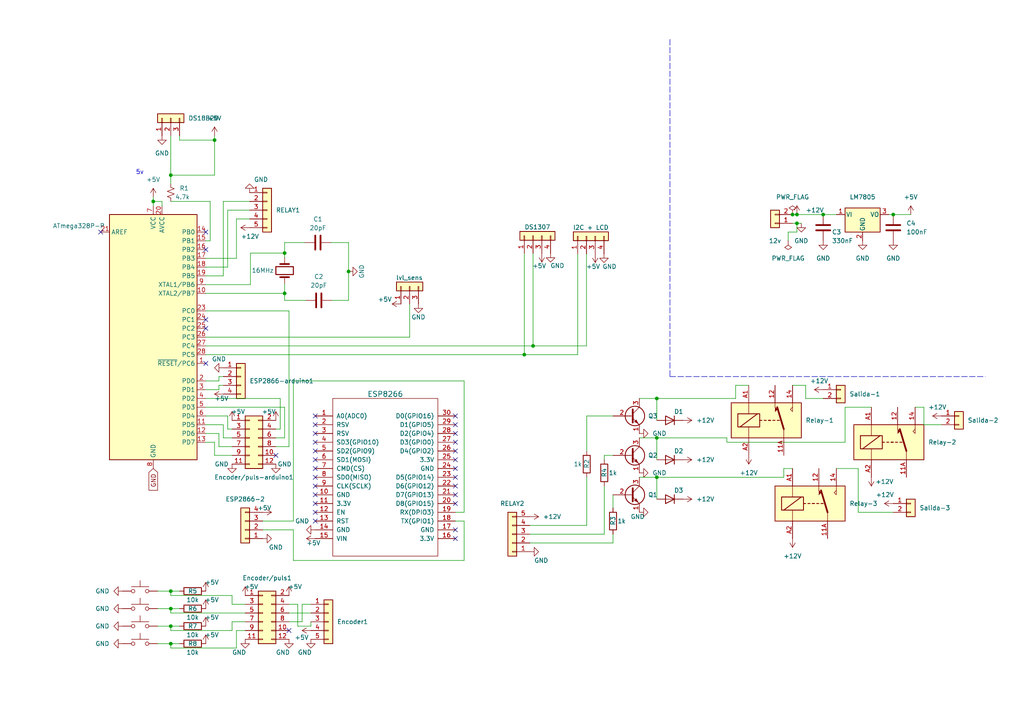
<source format=kicad_sch>
(kicad_sch (version 20211123) (generator eeschema)
  (paper "A4")
  (lib_symbols
    (symbol "Conn_01x02_2" (pin_names (offset 1.016) hide)
      (property "Value" "12v" (at 0 5.08 0))
      (symbol "Conn_01x02_2_1_1"
        (rectangle (start -1.27 -2.413) (end 0 -2.667) (stroke (width 0.1524)))
        (rectangle (start -1.27 0.127) (end 0 -0.127) (stroke (width 0.1524)))
        (rectangle (start -1.27 1.27) (end 1.27 -3.81) (stroke (width 0.254)) (fill (type background)))
        (pin power_in line (at -5.08 0 0) (length 3.81) (name "Pin_1") (number "1"))
        (pin power_in line (at -5.08 -2.54 0) (length 3.81) (name "Pin_2") (number "2"))
      )
    )
    (symbol "Conn_01x04_1" (pin_names (offset 1.016) hide)
      (property "Reference" "J" (at 0 5.08 0))
      (property "Value" "Conn_01x04_1" (at 0 -7.62 0))
      (symbol "Conn_01x04_1_1_1"
        (rectangle (start -1.27 -4.953) (end 0 -5.207) (stroke (width 0.1524)))
        (rectangle (start -1.27 -2.413) (end 0 -2.667) (stroke (width 0.1524)))
        (rectangle (start -1.27 0.127) (end 0 -0.127) (stroke (width 0.1524)))
        (rectangle (start -1.27 2.667) (end 0 2.413) (stroke (width 0.1524)))
        (rectangle (start -1.27 3.81) (end 1.27 -6.35) (stroke (width 0.254)) (fill (type background)))
        (pin passive line (at -5.08 2.54 0) (length 3.81) (name "Pin_1") (number "1"))
        (pin passive line (at -5.08 0 0) (length 3.81) (name "Pin_2") (number "2"))
        (pin passive line (at -5.08 -2.54 0) (length 3.81) (name "Pin_3") (number "3"))
        (pin passive line (at -5.08 -5.08 0) (length 3.81) (name "Pin_4") (number "4"))
      )
    )
    (symbol "Connector_Generic:Conn_01x02" (pin_names (offset 1.016) hide)
      (property "Reference" "J" (at 0 2.54 0))
      (property "Value" "Conn_01x02" (at 0 -5.08 0))
      (symbol "Conn_01x02_1_1"
        (rectangle (start -1.27 -2.413) (end 0 -2.667) (stroke (width 0.1524)))
        (rectangle (start -1.27 0.127) (end 0 -0.127) (stroke (width 0.1524)))
        (rectangle (start -1.27 1.27) (end 1.27 -3.81) (stroke (width 0.254)) (fill (type background)))
        (pin passive line (at -5.08 0 0) (length 3.81) (name "Pin_1") (number "1"))
        (pin passive line (at -5.08 -2.54 0) (length 3.81) (name "Pin_2") (number "2"))
      )
    )
    (symbol "Connector_Generic:Conn_01x03" (pin_names (offset 1.016) hide)
      (property "Reference" "J" (at 0 5.08 0))
      (property "Value" "Conn_01x03" (at 0 -5.08 0))
      (symbol "Conn_01x03_1_1"
        (rectangle (start -1.27 -2.413) (end 0 -2.667) (stroke (width 0.1524)))
        (rectangle (start -1.27 0.127) (end 0 -0.127) (stroke (width 0.1524)))
        (rectangle (start -1.27 2.667) (end 0 2.413) (stroke (width 0.1524)))
        (rectangle (start -1.27 3.81) (end 1.27 -3.81) (stroke (width 0.254)) (fill (type background)))
        (pin passive line (at -5.08 2.54 0) (length 3.81) (name "Pin_1") (number "1"))
        (pin passive line (at -5.08 0 0) (length 3.81) (name "Pin_2") (number "2"))
        (pin passive line (at -5.08 -2.54 0) (length 3.81) (name "Pin_3") (number "3"))
      )
    )
    (symbol "Connector_Generic:Conn_01x04" (pin_names (offset 1.016) hide)
      (property "Reference" "J" (at 0 5.08 0))
      (property "Value" "Conn_01x04" (at 0 -7.62 0))
      (symbol "Conn_01x04_1_1"
        (rectangle (start -1.27 -4.953) (end 0 -5.207) (stroke (width 0.1524)))
        (rectangle (start -1.27 -2.413) (end 0 -2.667) (stroke (width 0.1524)))
        (rectangle (start -1.27 0.127) (end 0 -0.127) (stroke (width 0.1524)))
        (rectangle (start -1.27 2.667) (end 0 2.413) (stroke (width 0.1524)))
        (rectangle (start -1.27 3.81) (end 1.27 -6.35) (stroke (width 0.254)) (fill (type background)))
        (pin passive line (at -5.08 2.54 0) (length 3.81) (name "Pin_1") (number "1"))
        (pin passive line (at -5.08 0 0) (length 3.81) (name "Pin_2") (number "2"))
        (pin passive line (at -5.08 -2.54 0) (length 3.81) (name "Pin_3") (number "3"))
        (pin passive line (at -5.08 -5.08 0) (length 3.81) (name "Pin_4") (number "4"))
      )
    )
    (symbol "Connector_Generic:Conn_01x05" (pin_names (offset 1.016) hide)
      (property "Reference" "J" (at 0 7.62 0))
      (property "Value" "Conn_01x05" (at 0 -7.62 0))
      (symbol "Conn_01x05_1_1"
        (rectangle (start -1.27 -4.953) (end 0 -5.207) (stroke (width 0.1524)))
        (rectangle (start -1.27 -2.413) (end 0 -2.667) (stroke (width 0.1524)))
        (rectangle (start -1.27 0.127) (end 0 -0.127) (stroke (width 0.1524)))
        (rectangle (start -1.27 2.667) (end 0 2.413) (stroke (width 0.1524)))
        (rectangle (start -1.27 5.207) (end 0 4.953) (stroke (width 0.1524)))
        (rectangle (start -1.27 6.35) (end 1.27 -6.35) (stroke (width 0.254)) (fill (type background)))
        (pin passive line (at -5.08 5.08 0) (length 3.81) (name "Pin_1") (number "1"))
        (pin passive line (at -5.08 2.54 0) (length 3.81) (name "Pin_2") (number "2"))
        (pin passive line (at -5.08 0 0) (length 3.81) (name "Pin_3") (number "3"))
        (pin passive line (at -5.08 -2.54 0) (length 3.81) (name "Pin_4") (number "4"))
        (pin passive line (at -5.08 -5.08 0) (length 3.81) (name "Pin_5") (number "5"))
      )
    )
    (symbol "Connector_Generic:Conn_02x06_Odd_Even" (pin_names (offset 1.016) hide)
      (property "Reference" "J" (at 1.27 7.62 0))
      (property "Value" "Conn_02x06_Odd_Even" (at 1.27 -10.16 0))
      (symbol "Conn_02x06_Odd_Even_1_1"
        (rectangle (start -1.27 -7.493) (end 0 -7.747) (stroke (width 0.1524)))
        (rectangle (start -1.27 -4.953) (end 0 -5.207) (stroke (width 0.1524)))
        (rectangle (start -1.27 -2.413) (end 0 -2.667) (stroke (width 0.1524)))
        (rectangle (start -1.27 0.127) (end 0 -0.127) (stroke (width 0.1524)))
        (rectangle (start -1.27 2.667) (end 0 2.413) (stroke (width 0.1524)))
        (rectangle (start -1.27 5.207) (end 0 4.953) (stroke (width 0.1524)))
        (rectangle (start -1.27 6.35) (end 3.81 -8.89) (stroke (width 0.254)) (fill (type background)))
        (rectangle (start 3.81 -7.493) (end 2.54 -7.747) (stroke (width 0.1524)))
        (rectangle (start 3.81 -4.953) (end 2.54 -5.207) (stroke (width 0.1524)))
        (rectangle (start 3.81 -2.413) (end 2.54 -2.667) (stroke (width 0.1524)))
        (rectangle (start 3.81 0.127) (end 2.54 -0.127) (stroke (width 0.1524)))
        (rectangle (start 3.81 2.667) (end 2.54 2.413) (stroke (width 0.1524)))
        (rectangle (start 3.81 5.207) (end 2.54 4.953) (stroke (width 0.1524)))
        (pin passive line (at -5.08 5.08 0) (length 3.81) (name "Pin_1") (number "1"))
        (pin passive line (at 7.62 -5.08 180) (length 3.81) (name "Pin_10") (number "10"))
        (pin passive line (at -5.08 -7.62 0) (length 3.81) (name "Pin_11") (number "11"))
        (pin passive line (at 7.62 -7.62 180) (length 3.81) (name "Pin_12") (number "12"))
        (pin passive line (at 7.62 5.08 180) (length 3.81) (name "Pin_2") (number "2"))
        (pin passive line (at -5.08 2.54 0) (length 3.81) (name "Pin_3") (number "3"))
        (pin passive line (at 7.62 2.54 180) (length 3.81) (name "Pin_4") (number "4"))
        (pin passive line (at -5.08 0 0) (length 3.81) (name "Pin_5") (number "5"))
        (pin passive line (at 7.62 0 180) (length 3.81) (name "Pin_6") (number "6"))
        (pin passive line (at -5.08 -2.54 0) (length 3.81) (name "Pin_7") (number "7"))
        (pin passive line (at 7.62 -2.54 180) (length 3.81) (name "Pin_8") (number "8"))
        (pin passive line (at -5.08 -5.08 0) (length 3.81) (name "Pin_9") (number "9"))
      )
    )
    (symbol "Device:C" (pin_numbers hide) (pin_names (offset 0.254))
      (property "Reference" "C" (at 0.635 2.54 0))
      (property "Value" "C" (at 0.635 -2.54 0))
      (symbol "C_0_1"
        (polyline (pts (xy -2.032 -0.762) (xy 2.032 -0.762)) (stroke (width 0.508)))
        (polyline (pts (xy -2.032 0.762) (xy 2.032 0.762)) (stroke (width 0.508)))
      )
      (symbol "C_1_1"
        (pin passive line (at 0 3.81 270) (length 2.794) (name "~") (number "1"))
        (pin passive line (at 0 -3.81 90) (length 2.794) (name "~") (number "2"))
      )
    )
    (symbol "Device:Crystal" (pin_numbers hide) (pin_names (offset 1.016) hide)
      (property "Reference" "Y" (at 0 3.81 0))
      (property "Value" "Crystal" (at 0 -3.81 0))
      (symbol "Crystal_0_1"
        (rectangle (start -1.143 2.54) (end 1.143 -2.54) (stroke (width 0.3048)))
        (polyline (pts (xy -2.54 0) (xy -1.905 0)))
        (polyline (pts (xy -1.905 -1.27) (xy -1.905 1.27)) (stroke (width 0.508)))
        (polyline (pts (xy 1.905 -1.27) (xy 1.905 1.27)) (stroke (width 0.508)))
        (polyline (pts (xy 2.54 0) (xy 1.905 0)))
      )
      (symbol "Crystal_1_1"
        (pin passive line (at -3.81 0 0) (length 1.27) (name "1") (number "1"))
        (pin passive line (at 3.81 0 180) (length 1.27) (name "2") (number "2"))
      )
    )
    (symbol "Device:R" (pin_numbers hide) (pin_names (offset 0))
      (property "Reference" "R" (at 2.032 0 90))
      (property "Value" "R" (at 0 0 90))
      (symbol "R_0_1"
        (rectangle (start -1.016 -2.54) (end 1.016 2.54) (stroke (width 0.254)))
      )
      (symbol "R_1_1"
        (pin passive line (at 0 3.81 270) (length 1.27) (name "~") (number "1"))
        (pin passive line (at 0 -3.81 90) (length 1.27) (name "~") (number "2"))
      )
    )
    (symbol "Device:R_Small_US" (pin_numbers hide) (pin_names (offset 0.254) hide)
      (property "Reference" "R" (at 0.762 0.508 0))
      (property "Value" "R_Small_US" (at 0.762 -1.016 0))
      (symbol "R_Small_US_1_1"
        (polyline (pts (xy 0 0) (xy 1.016 -0.381) (xy 0 -0.762) (xy -1.016 -1.143) (xy 0 -1.524)))
        (polyline (pts (xy 0 1.524) (xy 1.016 1.143) (xy 0 0.762) (xy -1.016 0.381) (xy 0 0)))
        (pin passive line (at 0 2.54 270) (length 1.016) (name "~") (number "1"))
        (pin passive line (at 0 -2.54 90) (length 1.016) (name "~") (number "2"))
      )
    )
    (symbol "Diode:1N4007" (pin_numbers hide) (pin_names (offset 1.016) hide)
      (property "Reference" "D" (at 0 2.54 0))
      (property "Value" "1N4007" (at 0 -2.54 0))
      (symbol "1N4007_0_1"
        (polyline (pts (xy -1.27 1.27) (xy -1.27 -1.27)) (stroke (width 0.254)))
        (polyline (pts (xy 1.27 0) (xy -1.27 0)))
        (polyline (pts (xy 1.27 1.27) (xy 1.27 -1.27) (xy -1.27 0) (xy 1.27 1.27)) (stroke (width 0.254)))
      )
      (symbol "1N4007_1_1"
        (pin passive line (at -3.81 0 0) (length 2.54) (name "K") (number "1"))
        (pin passive line (at 3.81 0 180) (length 2.54) (name "A") (number "2"))
      )
    )
    (symbol "ESP8266-2:NodeMCU1.0(ESP-12E)" (pin_names (offset 1.016))
      (property "Reference" "U" (at 0 21.59 0))
      (property "Value" "NodeMCU1.0(ESP-12E)" (at 0 -21.59 0))
      (symbol "NodeMCU1.0(ESP-12E)_0_1"
        (rectangle (start -15.24 -22.86) (end 15.24 22.86))
      )
      (symbol "NodeMCU1.0(ESP-12E)_1_1"
        (pin input line (at -20.32 17.78 0) (length 5.08) (name "A0(ADC0)") (number "1"))
        (pin input line (at -20.32 -5.08 0) (length 5.08) (name "GND") (number "10"))
        (pin input line (at -20.32 -7.62 0) (length 5.08) (name "3.3V") (number "11"))
        (pin input line (at -20.32 -10.16 0) (length 5.08) (name "EN") (number "12"))
        (pin input line (at -20.32 -12.7 0) (length 5.08) (name "RST") (number "13"))
        (pin input line (at -20.32 -15.24 0) (length 5.08) (name "GND") (number "14"))
        (pin input line (at -20.32 -17.78 0) (length 5.08) (name "VIN") (number "15"))
        (pin input line (at 20.32 -17.78 180) (length 5.08) (name "3.3V") (number "16"))
        (pin input line (at 20.32 -15.24 180) (length 5.08) (name "GND") (number "17"))
        (pin input line (at 20.32 -12.7 180) (length 5.08) (name "TX(GPIO1)") (number "18"))
        (pin input line (at 20.32 -10.16 180) (length 5.08) (name "RX(DPIO3)") (number "19"))
        (pin input line (at -20.32 15.24 0) (length 5.08) (name "RSV") (number "2"))
        (pin input line (at 20.32 -7.62 180) (length 5.08) (name "D8(GPIO15)") (number "20"))
        (pin input line (at 20.32 -5.08 180) (length 5.08) (name "D7(GPIO13)") (number "21"))
        (pin input line (at 20.32 -2.54 180) (length 5.08) (name "D6(GPIO12)") (number "22"))
        (pin input line (at 20.32 0 180) (length 5.08) (name "D5(GPIO14)") (number "23"))
        (pin input line (at 20.32 2.54 180) (length 5.08) (name "GND") (number "24"))
        (pin input line (at 20.32 5.08 180) (length 5.08) (name "3.3V") (number "25"))
        (pin input line (at 20.32 7.62 180) (length 5.08) (name "D4(GPIO2)") (number "26"))
        (pin input line (at 20.32 10.16 180) (length 5.08) (name "D3(GPIO0)") (number "27"))
        (pin input line (at 20.32 12.7 180) (length 5.08) (name "D2(GPIO4)") (number "28"))
        (pin input line (at 20.32 15.24 180) (length 5.08) (name "D1(GPIO5)") (number "29"))
        (pin input line (at -20.32 12.7 0) (length 5.08) (name "RSV") (number "3"))
        (pin input line (at 20.32 17.78 180) (length 5.08) (name "D0(GPIO16)") (number "30"))
        (pin input line (at -20.32 10.16 0) (length 5.08) (name "SD3(GPIO10)") (number "4"))
        (pin input line (at -20.32 7.62 0) (length 5.08) (name "SD2(GPIO9)") (number "5"))
        (pin input line (at -20.32 5.08 0) (length 5.08) (name "SD1(MOSI)") (number "6"))
        (pin input line (at -20.32 2.54 0) (length 5.08) (name "CMD(CS)") (number "7"))
        (pin input line (at -20.32 0 0) (length 5.08) (name "SDO(MISO)") (number "8"))
        (pin input line (at -20.32 -2.54 0) (length 5.08) (name "CLK(SCLK)") (number "9"))
      )
    )
    (symbol "MCU_Microchip_ATmega:ATmega328P-P"
      (property "Reference" "U" (at -12.7 36.83 0))
      (property "Value" "ATmega328P-P" (at 2.54 -36.83 0))
      (symbol "ATmega328P-P_0_1"
        (rectangle (start -12.7 -35.56) (end 12.7 35.56) (stroke (width 0.254)) (fill (type background)))
      )
      (symbol "ATmega328P-P_1_1"
        (pin bidirectional line (at 15.24 -7.62 180) (length 2.54) (name "~{RESET}/PC6") (number "1"))
        (pin bidirectional line (at 15.24 12.7 180) (length 2.54) (name "XTAL2/PB7") (number "10"))
        (pin bidirectional line (at 15.24 -25.4 180) (length 2.54) (name "PD5") (number "11"))
        (pin bidirectional line (at 15.24 -27.94 180) (length 2.54) (name "PD6") (number "12"))
        (pin bidirectional line (at 15.24 -30.48 180) (length 2.54) (name "PD7") (number "13"))
        (pin bidirectional line (at 15.24 30.48 180) (length 2.54) (name "PB0") (number "14"))
        (pin bidirectional line (at 15.24 27.94 180) (length 2.54) (name "PB1") (number "15"))
        (pin bidirectional line (at 15.24 25.4 180) (length 2.54) (name "PB2") (number "16"))
        (pin bidirectional line (at 15.24 22.86 180) (length 2.54) (name "PB3") (number "17"))
        (pin bidirectional line (at 15.24 20.32 180) (length 2.54) (name "PB4") (number "18"))
        (pin bidirectional line (at 15.24 17.78 180) (length 2.54) (name "PB5") (number "19"))
        (pin bidirectional line (at 15.24 -12.7 180) (length 2.54) (name "PD0") (number "2"))
        (pin power_in line (at 2.54 38.1 270) (length 2.54) (name "AVCC") (number "20"))
        (pin passive line (at -15.24 30.48 0) (length 2.54) (name "AREF") (number "21"))
        (pin passive line (at 0 -38.1 90) (length 2.54) hide (name "GND") (number "22"))
        (pin bidirectional line (at 15.24 7.62 180) (length 2.54) (name "PC0") (number "23"))
        (pin bidirectional line (at 15.24 5.08 180) (length 2.54) (name "PC1") (number "24"))
        (pin bidirectional line (at 15.24 2.54 180) (length 2.54) (name "PC2") (number "25"))
        (pin bidirectional line (at 15.24 0 180) (length 2.54) (name "PC3") (number "26"))
        (pin bidirectional line (at 15.24 -2.54 180) (length 2.54) (name "PC4") (number "27"))
        (pin bidirectional line (at 15.24 -5.08 180) (length 2.54) (name "PC5") (number "28"))
        (pin bidirectional line (at 15.24 -15.24 180) (length 2.54) (name "PD1") (number "3"))
        (pin bidirectional line (at 15.24 -17.78 180) (length 2.54) (name "PD2") (number "4"))
        (pin bidirectional line (at 15.24 -20.32 180) (length 2.54) (name "PD3") (number "5"))
        (pin bidirectional line (at 15.24 -22.86 180) (length 2.54) (name "PD4") (number "6"))
        (pin power_in line (at 0 38.1 270) (length 2.54) (name "VCC") (number "7"))
        (pin power_in line (at 0 -38.1 90) (length 2.54) (name "GND") (number "8"))
        (pin bidirectional line (at 15.24 15.24 180) (length 2.54) (name "XTAL1/PB6") (number "9"))
      )
    )
    (symbol "Regulator_Linear:LM7805_TO220" (pin_names (offset 0.254))
      (property "Reference" "U" (at -3.81 3.175 0))
      (property "Value" "LM7805_TO220" (at 0 3.175 0))
      (symbol "LM7805_TO220_0_1"
        (rectangle (start -5.08 1.905) (end 5.08 -5.08) (stroke (width 0.254)) (fill (type background)))
      )
      (symbol "LM7805_TO220_1_1"
        (pin power_in line (at -7.62 0 0) (length 2.54) (name "VI") (number "1"))
        (pin power_in line (at 0 -7.62 90) (length 2.54) (name "GND") (number "2"))
        (pin power_out line (at 7.62 0 180) (length 2.54) (name "VO") (number "3"))
      )
    )
    (symbol "Relay:RAYEX-L90"
      (property "Reference" "K" (at 11.43 3.81 0))
      (property "Value" "RAYEX-L90" (at 11.43 1.27 0))
      (symbol "RAYEX-L90_1_0"
        (polyline (pts (xy 2.54 3.81) (xy 2.54 5.08)))
        (polyline (pts (xy 7.62 3.81) (xy 7.62 5.08)))
        (polyline (pts (xy 7.62 3.81) (xy 7.62 2.54) (xy 6.985 3.175) (xy 7.62 3.81)))
      )
      (symbol "RAYEX-L90_1_1"
        (rectangle (start -10.16 5.08) (end 10.16 -5.08) (stroke (width 0.254)) (fill (type background)))
        (rectangle (start -8.255 1.905) (end -1.905 -1.905) (stroke (width 0.254)))
        (polyline (pts (xy -7.62 -1.905) (xy -2.54 1.905)) (stroke (width 0.254)))
        (polyline (pts (xy -5.08 -5.08) (xy -5.08 -1.905)))
        (polyline (pts (xy -5.08 5.08) (xy -5.08 1.905)))
        (polyline (pts (xy -1.905 0) (xy -1.27 0)) (stroke (width 0.254)))
        (polyline (pts (xy -0.635 0) (xy 0 0)) (stroke (width 0.254)))
        (polyline (pts (xy 0.635 0) (xy 1.27 0)) (stroke (width 0.254)))
        (polyline (pts (xy 0.635 0) (xy 1.27 0)) (stroke (width 0.254)))
        (polyline (pts (xy 1.905 0) (xy 2.54 0)) (stroke (width 0.254)))
        (polyline (pts (xy 3.175 0) (xy 3.81 0)) (stroke (width 0.254)))
        (polyline (pts (xy 5.08 -2.54) (xy 3.175 3.81)) (stroke (width 0.508)))
        (polyline (pts (xy 5.08 -2.54) (xy 5.08 -5.08)))
        (polyline (pts (xy 2.54 2.54) (xy 3.175 3.175) (xy 2.54 3.81)) (fill (type outline)))
        (pin passive line (at 5.08 -10.16 90) (length 5.08) (name "~") (number "11A"))
        (pin passive line (at 5.08 -10.16 90) (length 5.08) hide (name "~") (number "11B"))
        (pin passive line (at 2.54 10.16 270) (length 5.08) (name "~") (number "12"))
        (pin passive line (at 7.62 10.16 270) (length 5.08) (name "~") (number "14"))
        (pin passive line (at -5.08 10.16 270) (length 5.08) (name "~") (number "A1"))
        (pin passive line (at -5.08 -10.16 90) (length 5.08) (name "~") (number "A2"))
      )
    )
    (symbol "Switch:SW_Push" (pin_numbers hide) (pin_names (offset 1.016) hide)
      (property "Reference" "SW" (at 1.27 2.54 0))
      (property "Value" "SW_Push" (at 0 -1.524 0))
      (symbol "SW_Push_0_1"
        (circle (center -2.032 0) (radius 0.508))
        (polyline (pts (xy 0 1.27) (xy 0 3.048)))
        (polyline (pts (xy 2.54 1.27) (xy -2.54 1.27)))
        (circle (center 2.032 0) (radius 0.508))
        (pin passive line (at -5.08 0 0) (length 2.54) (name "1") (number "1"))
        (pin passive line (at 5.08 0 180) (length 2.54) (name "2") (number "2"))
      )
    )
    (symbol "Transistor_BJT:PN2222A" (pin_names (offset 0) hide)
      (property "Reference" "Q" (at 5.08 1.905 0))
      (property "Value" "PN2222A" (at 5.08 0 0))
      (symbol "PN2222A_0_1"
        (polyline (pts (xy 0 0) (xy 0.635 0)))
        (polyline (pts (xy 2.54 -2.54) (xy 0.635 -0.635)))
        (polyline (pts (xy 2.54 2.54) (xy 0.635 0.635)))
        (polyline (pts (xy 0.635 1.905) (xy 0.635 -1.905) (xy 0.635 -1.905)) (stroke (width 0.508)))
        (polyline (pts (xy 2.413 -2.413) (xy 1.905 -1.905) (xy 1.905 -1.905)))
        (polyline (pts (xy 1.143 -1.651) (xy 1.651 -1.143) (xy 2.159 -2.159) (xy 1.143 -1.651) (xy 1.143 -1.651)) (fill (type outline)))
        (circle (center 1.27 0) (radius 2.8194) (stroke (width 0.254)))
      )
      (symbol "PN2222A_1_1"
        (pin passive line (at 2.54 -5.08 90) (length 2.54) (name "E") (number "1"))
        (pin input line (at -5.08 0 0) (length 5.08) (name "B") (number "2"))
        (pin passive line (at 2.54 5.08 270) (length 2.54) (name "C") (number "3"))
      )
    )
    (symbol "power:+12V" (power) (pin_names (offset 0))
      (property "Value" "+12V" (at 0 3.556 0))
      (symbol "+12V_0_1"
        (polyline (pts (xy -0.762 1.27) (xy 0 2.54)))
        (polyline (pts (xy 0 0) (xy 0 2.54)))
        (polyline (pts (xy 0 2.54) (xy 0.762 1.27)))
      )
      (symbol "+12V_1_1"
        (pin power_in line (at 0 0 90) (length 0) hide (name "+12V") (number "1"))
      )
    )
    (symbol "power:+5V" (power) (pin_names (offset 0))
      (property "Value" "+5V" (at 0 3.556 0))
      (symbol "+5V_0_1"
        (polyline (pts (xy -0.762 1.27) (xy 0 2.54)))
        (polyline (pts (xy 0 0) (xy 0 2.54)))
        (polyline (pts (xy 0 2.54) (xy 0.762 1.27)))
      )
      (symbol "+5V_1_1"
        (pin power_in line (at 0 0 90) (length 0) hide (name "+5V") (number "1"))
      )
    )
    (symbol "power:GND" (power) (pin_names (offset 0))
      (property "Value" "GND" (at 0 -3.81 0))
      (symbol "GND_0_1"
        (polyline (pts (xy 0 0) (xy 0 -1.27) (xy 1.27 -1.27) (xy 0 -2.54) (xy -1.27 -1.27) (xy 0 -1.27)))
      )
      (symbol "GND_1_1"
        (pin power_in line (at 0 0 270) (length 0) hide (name "GND") (number "1"))
      )
    )
    (symbol "power:PWR_FLAG" (power) (pin_numbers hide) (pin_names (offset 0) hide)
      (property "Value" "PWR_FLAG" (at 0 3.81 0))
      (symbol "PWR_FLAG_0_0"
        (pin power_out line (at 0 0 90) (length 0) (name "pwr") (number "1"))
      )
      (symbol "PWR_FLAG_0_1"
        (polyline (pts (xy 0 0) (xy 0 1.27) (xy -1.016 1.905) (xy 0 2.54) (xy 1.016 1.905) (xy 0 1.27)))
      )
    )
  )
  (junction (at 152.0698 102.87))
  (junction (at 49.53 171.45))
  (junction (at 44.45 58.42))
  (junction (at 231.14 62.23))
  (junction (at 190.5 127))
  (junction (at 49.53 181.61))
  (junction (at 101.092 78.74))
  (junction (at 259.08 62.23))
  (junction (at 229.87 62.23))
  (junction (at 238.76 62.23))
  (junction (at 49.53 50.8))
  (junction (at 49.53 176.53))
  (junction (at 82.55 73.406))
  (junction (at 190.5 138.43))
  (junction (at 231.14 64.77))
  (junction (at 62.23 40.64))
  (junction (at 49.53 186.69))
  (junction (at 82.55 85.09))
  (junction (at 190.5 115.57))
  (junction (at 154.6098 100.33))
  (no_connect (at 80.01 132.08))
  (no_connect (at 29.21 67.31))
  (no_connect (at 132.08 146.05))
  (no_connect (at 132.08 140.97))
  (no_connect (at 132.08 143.51))
  (no_connect (at 132.08 153.67))
  (no_connect (at 132.08 156.21))
  (no_connect (at 132.08 120.65))
  (no_connect (at 132.08 123.19))
  (no_connect (at 132.08 128.27))
  (no_connect (at 132.08 125.73))
  (no_connect (at 132.08 130.81))
  (no_connect (at 132.08 133.35))
  (no_connect (at 132.08 135.89))
  (no_connect (at 132.08 138.43))
  (no_connect (at 91.44 151.13))
  (no_connect (at 91.44 148.59))
  (no_connect (at 91.44 146.05))
  (no_connect (at 91.44 138.43))
  (no_connect (at 91.44 135.89))
  (no_connect (at 91.44 130.81))
  (no_connect (at 91.44 125.73))
  (no_connect (at 91.44 128.27))
  (no_connect (at 91.44 133.35))
  (no_connect (at 91.44 143.51))
  (no_connect (at 91.44 140.97))
  (no_connect (at 91.44 120.65))
  (no_connect (at 91.44 123.19))
  (no_connect (at 59.69 95.25))
  (no_connect (at 83.82 182.88))
  (no_connect (at 59.69 105.41))
  (no_connect (at 59.69 72.39))
  (no_connect (at 59.69 67.31))
  (no_connect (at 59.69 92.71))
  (wire (pts (xy 88.646 87.122) (xy 82.55 87.122)))
  (wire (pts (xy 233.68 115.57) (xy 238.76 115.57)))
  (wire (pts (xy 49.53 186.69) (xy 49.53 187.96)))
  (wire (pts (xy 59.69 102.87) (xy 152.0698 102.87)))
  (wire (pts (xy 170.1038 73.6092) (xy 170.1038 100.33)))
  (wire (pts (xy 85.09 151.13) (xy 76.2 151.13)))
  (wire (pts (xy 134.62 151.13) (xy 134.62 162.56)))
  (wire (pts (xy 87.63 175.26) (xy 90.17 175.26)))
  (wire (pts (xy 63.5 125.73) (xy 59.69 125.73)))
  (wire (pts (xy 49.53 182.88) (xy 67.31 182.88)))
  (wire (pts (xy 229.87 111.76) (xy 233.68 111.76)))
  (wire (pts (xy 80.01 124.46) (xy 81.28 124.46)))
  (wire (pts (xy 64.77 58.42) (xy 72.39 58.42)))
  (wire (pts (xy 242.57 135.89) (xy 248.92 135.89)))
  (wire (pts (xy 60.96 69.85) (xy 60.96 58.42)))
  (wire (pts (xy 76.2 153.67) (xy 85.09 153.67)))
  (wire (pts (xy 49.53 50.8) (xy 49.53 53.34)))
  (wire (pts (xy 45.72 176.53) (xy 49.53 176.53)))
  (wire (pts (xy 83.82 129.54) (xy 80.01 129.54)))
  (wire (pts (xy 44.45 58.42) (xy 44.45 59.69)))
  (wire (pts (xy 210.82 128.27) (xy 245.11 128.27)))
  (wire (pts (xy 101.092 70.358) (xy 101.092 78.74)))
  (wire (pts (xy 59.69 100.33) (xy 154.6098 100.33)))
  (wire (pts (xy 67.31 172.72) (xy 67.31 175.26)))
  (wire (pts (xy 66.04 60.96) (xy 72.39 60.96)))
  (wire (pts (xy 59.69 82.55) (xy 72.644 82.55)))
  (wire (pts (xy 62.23 128.27) (xy 59.69 128.27)))
  (wire (pts (xy 82.55 87.122) (xy 82.55 85.09)))
  (wire (pts (xy 210.82 127) (xy 210.82 128.27)))
  (wire (pts (xy 132.08 148.59) (xy 134.62 148.59)))
  (polyline (pts (xy 194.31 11.43) (xy 194.31 109.22)))
  (wire (pts (xy 170.18 138.43) (xy 170.18 152.4)))
  (wire (pts (xy 45.72 171.45) (xy 49.53 171.45)))
  (wire (pts (xy 59.69 77.47) (xy 66.04 77.47)))
  (wire (pts (xy 49.53 50.8) (xy 62.23 50.8)))
  (wire (pts (xy 265.43 118.11) (xy 267.97 118.11)))
  (wire (pts (xy 132.08 151.13) (xy 134.62 151.13)))
  (wire (pts (xy 82.55 70.358) (xy 82.55 73.406)))
  (wire (pts (xy 134.62 110.49) (xy 85.09 110.49)))
  (wire (pts (xy 231.14 62.23) (xy 238.76 62.23)))
  (wire (pts (xy 213.36 111.76) (xy 217.17 111.76)))
  (wire (pts (xy 49.53 171.45) (xy 49.53 172.72)))
  (wire (pts (xy 86.36 175.26) (xy 86.36 181.61)))
  (wire (pts (xy 83.82 180.34) (xy 87.63 180.34)))
  (wire (pts (xy 177.8 147.32) (xy 177.8 143.51)))
  (wire (pts (xy 64.77 127) (xy 64.77 123.19)))
  (wire (pts (xy 67.31 180.34) (xy 71.12 180.34)))
  (wire (pts (xy 87.63 180.34) (xy 87.63 175.26)))
  (wire (pts (xy 248.92 135.89) (xy 248.92 148.59)))
  (wire (pts (xy 59.69 80.01) (xy 64.77 80.01)))
  (wire (pts (xy 175.26 154.94) (xy 153.67 154.94)))
  (wire (pts (xy 90.17 181.61) (xy 90.17 180.34)))
  (wire (pts (xy 170.1038 100.33) (xy 154.6098 100.33)))
  (wire (pts (xy 190.5 115.57) (xy 190.5 121.92)))
  (wire (pts (xy 46.99 59.69) (xy 46.99 58.42)))
  (wire (pts (xy 152.0698 102.87) (xy 152.0698 73.4822)))
  (wire (pts (xy 229.87 62.23) (xy 231.14 62.23)))
  (wire (pts (xy 68.58 63.5) (xy 72.39 63.5)))
  (wire (pts (xy 68.58 182.88) (xy 68.58 187.96)))
  (wire (pts (xy 170.18 120.65) (xy 170.18 130.81)))
  (wire (pts (xy 185.42 138.43) (xy 190.5 138.43)))
  (wire (pts (xy 66.04 124.46) (xy 67.31 124.46)))
  (wire (pts (xy 227.33 138.43) (xy 227.33 135.89)))
  (wire (pts (xy 60.96 58.42) (xy 49.53 58.42)))
  (wire (pts (xy 177.8 157.48) (xy 153.67 157.48)))
  (wire (pts (xy 227.33 135.89) (xy 229.87 135.89)))
  (wire (pts (xy 49.53 172.72) (xy 67.31 172.72)))
  (wire (pts (xy 64.77 80.01) (xy 64.77 58.42)))
  (wire (pts (xy 49.53 176.53) (xy 52.07 176.53)))
  (wire (pts (xy 238.76 62.23) (xy 242.57 62.23)))
  (wire (pts (xy 152.0698 102.87) (xy 167.5638 102.87)))
  (wire (pts (xy 85.09 110.49) (xy 85.09 151.13)))
  (wire (pts (xy 63.5 111.76) (xy 64.77 111.76)))
  (wire (pts (xy 49.53 176.53) (xy 49.53 177.8)))
  (wire (pts (xy 177.8 132.08) (xy 175.26 132.08)))
  (wire (pts (xy 101.092 87.122) (xy 101.092 78.74)))
  (wire (pts (xy 185.42 127) (xy 190.5 127)))
  (wire (pts (xy 231.14 67.31) (xy 231.14 64.77)))
  (wire (pts (xy 63.5 113.03) (xy 63.5 111.76)))
  (wire (pts (xy 233.68 111.76) (xy 233.68 115.57)))
  (wire (pts (xy 64.77 123.19) (xy 59.69 123.19)))
  (wire (pts (xy 267.97 123.19) (xy 273.05 123.19)))
  (wire (pts (xy 62.23 39.37) (xy 62.23 40.64)))
  (wire (pts (xy 63.5 129.54) (xy 67.31 129.54)))
  (wire (pts (xy 175.26 140.97) (xy 175.26 154.94)))
  (wire (pts (xy 67.31 182.88) (xy 67.31 180.34)))
  (wire (pts (xy 82.55 85.09) (xy 59.69 85.09)))
  (wire (pts (xy 83.82 90.17) (xy 83.82 129.54)))
  (wire (pts (xy 72.644 82.55) (xy 72.644 73.406)))
  (wire (pts (xy 245.11 128.27) (xy 245.11 118.11)))
  (wire (pts (xy 59.69 110.49) (xy 63.5 110.49)))
  (wire (pts (xy 66.04 120.65) (xy 59.69 120.65)))
  (wire (pts (xy 59.69 90.17) (xy 83.82 90.17)))
  (wire (pts (xy 88.392 70.358) (xy 82.55 70.358)))
  (wire (pts (xy 228.6 69.85) (xy 228.6 67.31)))
  (wire (pts (xy 80.01 127) (xy 82.55 127)))
  (wire (pts (xy 167.5638 102.87) (xy 167.5638 73.6092)))
  (wire (pts (xy 49.53 186.69) (xy 52.07 186.69)))
  (wire (pts (xy 59.69 69.85) (xy 60.96 69.85)))
  (wire (pts (xy 154.6098 100.33) (xy 154.6098 73.4822)))
  (wire (pts (xy 82.55 73.406) (xy 72.644 73.406)))
  (wire (pts (xy 190.5 138.43) (xy 227.33 138.43)))
  (wire (pts (xy 59.69 113.03) (xy 63.5 113.03)))
  (wire (pts (xy 64.77 127) (xy 67.31 127)))
  (wire (pts (xy 59.69 97.79) (xy 118.8212 97.79)))
  (wire (pts (xy 190.5 127) (xy 190.5 133.35)))
  (wire (pts (xy 175.26 132.08) (xy 175.26 133.35)))
  (wire (pts (xy 213.36 115.57) (xy 213.36 111.76)))
  (wire (pts (xy 49.53 187.96) (xy 68.58 187.96)))
  (wire (pts (xy 49.53 39.37) (xy 49.53 50.8)))
  (wire (pts (xy 229.87 64.77) (xy 231.14 64.77)))
  (wire (pts (xy 185.42 115.57) (xy 190.5 115.57)))
  (wire (pts (xy 49.53 177.8) (xy 71.12 177.8)))
  (wire (pts (xy 177.8 154.94) (xy 177.8 157.48)))
  (wire (pts (xy 82.55 74.676) (xy 82.55 73.406)))
  (wire (pts (xy 52.07 40.64) (xy 52.07 39.37)))
  (wire (pts (xy 66.04 124.46) (xy 66.04 120.65)))
  (wire (pts (xy 248.92 148.59) (xy 259.08 148.59)))
  (wire (pts (xy 62.23 132.08) (xy 67.31 132.08)))
  (wire (pts (xy 63.5 109.22) (xy 64.77 109.22)))
  (wire (pts (xy 257.81 62.23) (xy 259.08 62.23)))
  (wire (pts (xy 49.53 181.61) (xy 52.07 181.61)))
  (wire (pts (xy 190.5 115.57) (xy 213.36 115.57)))
  (wire (pts (xy 62.23 40.64) (xy 62.23 50.8)))
  (wire (pts (xy 82.55 118.11) (xy 59.69 118.11)))
  (polyline (pts (xy 194.31 109.22) (xy 285.75 109.22)))
  (wire (pts (xy 231.14 64.77) (xy 232.41 64.77)))
  (wire (pts (xy 267.97 118.11) (xy 267.97 123.19)))
  (wire (pts (xy 82.55 127) (xy 82.55 118.11)))
  (wire (pts (xy 44.45 58.42) (xy 46.99 58.42)))
  (wire (pts (xy 68.58 74.93) (xy 68.58 63.5)))
  (wire (pts (xy 134.62 162.56) (xy 85.09 162.56)))
  (wire (pts (xy 118.8212 88.1634) (xy 118.8212 97.79)))
  (wire (pts (xy 190.5 127) (xy 210.82 127)))
  (wire (pts (xy 63.5 129.54) (xy 63.5 125.73)))
  (wire (pts (xy 62.23 132.08) (xy 62.23 128.27)))
  (wire (pts (xy 81.28 124.46) (xy 81.28 115.57)))
  (wire (pts (xy 259.08 62.23) (xy 264.16 62.23)))
  (wire (pts (xy 66.04 77.47) (xy 66.04 60.96)))
  (wire (pts (xy 170.18 120.65) (xy 177.8 120.65)))
  (wire (pts (xy 228.6 67.31) (xy 231.14 67.31)))
  (wire (pts (xy 170.18 152.4) (xy 153.67 152.4)))
  (wire (pts (xy 52.07 40.64) (xy 62.23 40.64)))
  (wire (pts (xy 63.5 110.49) (xy 63.5 109.22)))
  (wire (pts (xy 59.69 74.93) (xy 68.58 74.93)))
  (wire (pts (xy 96.266 87.122) (xy 101.092 87.122)))
  (wire (pts (xy 67.31 175.26) (xy 71.12 175.26)))
  (wire (pts (xy 49.53 181.61) (xy 49.53 182.88)))
  (wire (pts (xy 49.53 171.45) (xy 52.07 171.45)))
  (wire (pts (xy 245.11 118.11) (xy 252.73 118.11)))
  (wire (pts (xy 45.72 181.61) (xy 49.53 181.61)))
  (wire (pts (xy 81.28 115.57) (xy 59.69 115.57)))
  (wire (pts (xy 68.58 182.88) (xy 71.12 182.88)))
  (wire (pts (xy 190.5 138.43) (xy 190.5 144.78)))
  (wire (pts (xy 44.45 57.15) (xy 44.45 58.42)))
  (wire (pts (xy 45.72 186.69) (xy 49.53 186.69)))
  (wire (pts (xy 96.012 70.358) (xy 101.092 70.358)))
  (wire (pts (xy 83.82 175.26) (xy 86.36 175.26)))
  (wire (pts (xy 83.82 177.8) (xy 90.17 177.8)))
  (wire (pts (xy 134.62 148.59) (xy 134.62 110.49)))
  (wire (pts (xy 86.36 181.61) (xy 90.17 181.61)))
  (wire (pts (xy 82.55 82.296) (xy 82.55 85.09)))
  (wire (pts (xy 85.09 153.67) (xy 85.09 162.56)))
  (text "5v" (at 39.37 50.8 0) (effects (font (size 1.27 1.27)) (justify left bottom)))
  (global_label "GND" (shape input) (at 44.45 135.89 270) (property "Intersheet References" "${INTERSHEET_REFS}" (effects hide)))
  (symbol (lib_id "Connector_Generic:Conn_02x06_Odd_Even") (at 76.2 177.8 0) (unit 1)
    (property "Reference" "Encoder/puls1" (at 77.47 167.64 0))
    (property "Value" "Conn_02x06_Odd_Even" (effects hide))
    (property "Footprint" "Connector_PinHeader_2.54mm:PinHeader_2x06_P2.54mm_Vertical" (effects hide))
  )
  (symbol (lib_id "Connector_Generic:Conn_02x06_Odd_Even") (at 72.39 127 0) (unit 1)
    (property "Reference" "Encoder/puls-arduino1" (at 73.66 138.43 0))
    (property "Value" "Conn_02x06_Odd_Even" (effects hide))
    (property "Footprint" "Connector_PinHeader_2.54mm:PinHeader_2x06_P2.54mm_Vertical" (effects hide))
  )
  (symbol (lib_id "Switch:SW_Push") (at 40.64 181.61 0) (unit 1)
    (property "Reference" "SW2" (effects hide))
    (property "Value" "SW_Push" (effects hide))
    (property "Footprint" "Button_Switch_THT:SW_PUSH-12mm" (effects hide))
  )
  (symbol (lib_id "power:GND") (at 90.17 185.42 0) (unit 1)
    (property "Reference" "#PWR0130" (effects hide))
    (property "Value" "GND" (at 86.36 189.23 0) (effects (justify left)))
  )
  (symbol (lib_id "Device:R") (at 55.88 181.61 90) (unit 1)
    (property "Reference" "R7" (at 55.88 181.61 90))
    (property "Value" "10k" (at 55.88 184.15 90))
    (property "Footprint" "Resistor_THT:R_Axial_DIN0204_L3.6mm_D1.6mm_P5.08mm_Horizontal" (effects hide))
  )
  (symbol (lib_id "power:GND") (at 185.42 125.73 90) (unit 1)
    (property "Reference" "#PWR06" (effects hide))
    (property "Value" "GND" (at 189.23 125.7299 90) (effects (justify right)))
  )
  (symbol (lib_id "power:GND") (at 80.01 134.62 0) (unit 1)
    (property "Reference" "#PWR0106" (effects hide))
    (property "Value" "GND" (at 82.55 134.62 0))
  )
  (symbol (lib_id "power:+5V") (at 91.44 156.21 90) (unit 1)
    (property "Reference" "#PWR03" (effects hide))
    (property "Value" "+5V" (at 88.9 157.48 90) (effects (justify right)))
  )
  (symbol (lib_id "Relay:RAYEX-L90") (at 222.25 121.92 0) (unit 1)
    (property "Reference" "Relay-1" (at 233.68 121.9199 0) (effects (justify left)))
    (property "Value" "RAYEX-L90" (effects hide))
    (property "Footprint" "Relay_THT:Relay_SPDT_RAYEX-L90" (effects hide))
    (property "Datasheet" "https://a3.sofastcdn.com/attachment/7jioKBjnRiiSrjrjknRiwS77gwbf3zmp/L90-SERIES.pdf" (effects hide))
  )
  (symbol (lib_id "Connector_Generic:Conn_01x02") (at 264.16 146.05 0) (unit 1)
    (property "Reference" "Salida-3" (at 266.7 147.3199 0) (effects (justify left)))
    (property "Value" "Conn_01x02" (effects hide))
    (property "Footprint" "TerminalBlock:TerminalBlock_bornier-2_P5.08mm" (effects hide))
  )
  (symbol (lib_id "Diode:1N4007") (at 194.31 144.78 180) (unit 1)
    (property "Reference" "D3" (at 196.85 142.24 0))
    (property "Value" "1N4007" (effects hide))
    (property "Footprint" "Diode_THT:D_DO-41_SOD81_P10.16mm_Horizontal" (effects hide))
    (property "Datasheet" "http://www.vishay.com/docs/88503/1n4001.pdf" (effects hide))
  )
  (symbol (lib_id "power:+5V") (at 64.77 114.3 90) (unit 1)
    (property "Reference" "#PWR013" (effects hide))
    (property "Value" "+5V" (at 62.23 115.57 90) (effects (justify right)))
  )
  (symbol (lib_id "Connector_Generic:Conn_01x02") (at 243.84 113.03 0) (unit 1)
    (property "Reference" "Salida-1" (at 246.38 114.2999 0) (effects (justify left)))
    (property "Value" "Conn_01x02" (effects hide))
    (property "Footprint" "TerminalBlock:TerminalBlock_bornier-2_P5.08mm" (effects hide))
  )
  (symbol (lib_id "power:GND") (at 101.092 78.74 90) (unit 1)
    (property "Reference" "#PWR01" (effects hide))
    (property "Value" "GND" (at 104.902 78.74 0))
  )
  (symbol (lib_id "power:+12V") (at 72.39 66.04 90) (unit 1)
    (property "Reference" "#PWR05" (effects hide))
    (property "Value" "+12V" (at 69.85 68.58 90) (effects (justify right)))
  )
  (symbol (lib_id "power:+5V") (at 83.82 172.72 0) (unit 1)
    (property "Reference" "#PWR018" (effects hide))
    (property "Value" "+5V" (at 87.63 170.18 0) (effects (justify right)))
  )
  (symbol (lib_id "Device:R") (at 177.8 151.13 0) (unit 1)
    (property "Reference" "R3" (at 177.8 152.4 90) (effects (justify left)))
    (property "Value" "1k" (at 179.07 151.13 0) (effects (justify left)))
    (property "Footprint" "Resistor_THT:R_Axial_DIN0204_L3.6mm_D1.6mm_P7.62mm_Horizontal" (effects hide))
  )
  (symbol (lib_id "power:GND") (at 159.6898 73.4822 0) (unit 1)
    (property "Reference" "#PWR0113" (effects hide))
    (property "Value" "GND" (at 161.671 77.0636 0))
  )
  (symbol (lib_name "Conn_01x02_2") (lib_id "Connector_Generic:Conn_01x02") (at 224.79 64.77 180) (unit 1)
    (property "Reference" "J1" (effects hide))
    (property "Value" "12v" (at 224.79 69.85 0))
    (property "Footprint" "TerminalBlock:TerminalBlock_bornier-2_P5.08mm" (effects hide))
  )
  (symbol (lib_id "Connector_Generic:Conn_01x02") (at 278.13 120.65 0) (unit 1)
    (property "Reference" "Salida-2" (at 280.67 121.9199 0) (effects (justify left)))
    (property "Value" "Conn_01x02" (effects hide))
    (property "Footprint" "TerminalBlock:TerminalBlock_bornier-2_P5.08mm" (effects hide))
  )
  (symbol (lib_id "power:GND") (at 238.76 69.85 0) (unit 1)
    (property "Reference" "#PWR0126" (effects hide))
    (property "Value" "GND" (at 238.76 74.93 0))
  )
  (symbol (lib_id "power:GND") (at 35.56 181.61 270) (unit 1)
    (property "Reference" "#PWR0116" (effects hide))
    (property "Value" "GND" (at 31.75 181.6101 90) (effects (justify right)))
  )
  (symbol (lib_id "power:GND") (at 175.1838 73.6092 0) (unit 1)
    (property "Reference" "#PWR0114" (effects hide))
    (property "Value" "GND" (at 176.784 77.3176 0))
  )
  (symbol (lib_id "power:+12V") (at 198.12 144.78 270) (unit 1)
    (property "Reference" "#PWR0122" (effects hide))
    (property "Value" "+12V" (at 201.93 144.7799 90) (effects (justify left)))
  )
  (symbol (lib_id "Relay:RAYEX-L90") (at 257.81 128.27 0) (unit 1)
    (property "Reference" "Relay-2" (at 269.24 128.2699 0) (effects (justify left)))
    (property "Value" "RAYEX-L90" (effects hide))
    (property "Footprint" "Relay_THT:Relay_SPDT_RAYEX-L90" (effects hide))
    (property "Datasheet" "https://a3.sofastcdn.com/attachment/7jioKBjnRiiSrjrjknRiwS77gwbf3zmp/L90-SERIES.pdf" (effects hide))
  )
  (symbol (lib_id "power:+5V") (at 67.31 121.92 0) (unit 1)
    (property "Reference" "#PWR0132" (effects hide))
    (property "Value" "+5V" (at 71.12 119.38 0) (effects (justify right)))
  )
  (symbol (lib_id "Device:R") (at 55.88 186.69 90) (unit 1)
    (property "Reference" "R8" (at 55.88 186.69 90))
    (property "Value" "10k" (at 55.88 189.23 90))
    (property "Footprint" "Resistor_THT:R_Axial_DIN0204_L3.6mm_D1.6mm_P5.08mm_Horizontal" (effects hide))
  )
  (symbol (lib_id "Diode:1N4007") (at 194.31 121.92 180) (unit 1)
    (property "Reference" "D1" (at 196.85 119.38 0))
    (property "Value" "1N4007" (effects hide))
    (property "Footprint" "Diode_THT:D_DO-41_SOD81_P10.16mm_Horizontal" (effects hide))
    (property "Datasheet" "http://www.vishay.com/docs/88503/1n4001.pdf" (effects hide))
  )
  (symbol (lib_id "Switch:SW_Push") (at 40.64 176.53 0) (unit 1)
    (property "Reference" "SW3" (effects hide))
    (property "Value" "SW_Push" (effects hide))
    (property "Footprint" "Button_Switch_THT:SW_PUSH-12mm" (effects hide))
  )
  (symbol (lib_id "Device:R") (at 170.18 134.62 0) (unit 1)
    (property "Reference" "R2" (at 170.18 135.89 90) (effects (justify left)))
    (property "Value" "1k" (at 166.37 134.62 0) (effects (justify left)))
    (property "Footprint" "Resistor_THT:R_Axial_DIN0204_L3.6mm_D1.6mm_P7.62mm_Horizontal" (effects hide))
  )
  (symbol (lib_name "Conn_01x04_1") (lib_id "Connector_Generic:Conn_01x04") (at 154.6098 68.4022 90) (unit 1)
    (property "Reference" "J3" (effects hide))
    (property "Value" "DS1307" (at 155.8798 65.8622 90))
    (property "Footprint" "Connector_PinSocket_2.54mm:PinSocket_1x04_P2.54mm_Vertical" (effects hide))
  )
  (symbol (lib_id "power:GND") (at 91.44 153.67 270) (unit 1)
    (property "Reference" "#PWR02" (effects hide))
    (property "Value" "GND" (at 87.63 151.13 90))
  )
  (symbol (lib_id "Transistor_BJT:PN2222A") (at 182.88 143.51 0) (unit 1)
    (property "Reference" "Q1" (at 187.96 143.5099 0) (effects (justify left)))
    (property "Value" "PN2222A" (effects hide))
    (property "Footprint" "Package_TO_SOT_THT:TO-92_Inline" (effects hide))
    (property "Datasheet" "https://www.onsemi.com/pub/Collateral/PN2222-D.PDF" (effects hide))
  )
  (symbol (lib_id "Connector_Generic:Conn_01x04") (at 170.1038 68.5292 90) (unit 1)
    (property "Reference" "J2" (effects hide))
    (property "Value" "I2C + LCD" (at 171.3738 65.9892 90))
    (property "Footprint" "Connector_PinSocket_2.54mm:PinSocket_1x04_P2.54mm_Vertical" (effects hide))
  )
  (symbol (lib_id "Device:R") (at 55.88 176.53 90) (unit 1)
    (property "Reference" "R6" (at 55.88 176.53 90))
    (property "Value" "10k" (at 55.88 179.07 90))
    (property "Footprint" "Resistor_THT:R_Axial_DIN0204_L3.6mm_D1.6mm_P5.08mm_Horizontal" (effects hide))
  )
  (symbol (lib_id "power:+5V") (at 71.12 172.72 0) (unit 1)
    (property "Reference" "#PWR016" (effects hide))
    (property "Value" "+5V" (at 74.93 170.18 0) (effects (justify right)))
  )
  (symbol (lib_id "power:+12V") (at 252.73 138.43 180) (unit 1)
    (property "Reference" "#PWR0119" (effects hide))
    (property "Value" "+12V" (at 256.54 139.7 0))
  )
  (symbol (lib_id "Device:C") (at 92.456 87.122 90) (unit 1)
    (property "Reference" "C2" (at 92.456 80.2386 90))
    (property "Value" "20pF" (at 92.456 82.7786 90))
    (property "Footprint" "Capacitor_THT:C_Disc_D5.0mm_W2.5mm_P5.00mm" (effects hide))
  )
  (symbol (lib_id "power:GND") (at 121.3612 88.1634 0) (unit 1)
    (property "Reference" "#PWR0112" (effects hide))
    (property "Value" "GND" (at 121.3612 91.9734 0))
  )
  (symbol (lib_id "Relay:RAYEX-L90") (at 234.95 146.05 0) (unit 1)
    (property "Reference" "Relay-3" (at 246.38 146.0499 0) (effects (justify left)))
    (property "Value" "RAYEX-L90" (effects hide))
    (property "Footprint" "Relay_THT:Relay_SPDT_RAYEX-L90" (effects hide))
    (property "Datasheet" "https://a3.sofastcdn.com/attachment/7jioKBjnRiiSrjrjknRiwS77gwbf3zmp/L90-SERIES.pdf" (effects hide))
  )
  (symbol (lib_id "power:+5V") (at 59.69 171.45 0) (unit 1)
    (property "Reference" "#PWR020" (effects hide))
    (property "Value" "+5V" (at 63.5 168.91 0) (effects (justify right)))
  )
  (symbol (lib_id "power:+5V") (at 264.16 62.23 0) (unit 1)
    (property "Reference" "#PWR0101" (effects hide))
    (property "Value" "+5V" (at 264.16 57.15 0))
  )
  (symbol (lib_id "Regulator_Linear:LM7805_TO220") (at 250.19 62.23 0) (unit 1)
    (property "Reference" "U1" (effects hide))
    (property "Value" "LM7805" (at 250.19 57.15 0))
    (property "Footprint" "Package_TO_SOT_THT:TO-220-3_Vertical" (effects hide))
    (property "Datasheet" "https://www.onsemi.cn/PowerSolutions/document/MC7800-D.PDF" (effects hide))
  )
  (symbol (lib_id "Switch:SW_Push") (at 40.64 186.69 0) (unit 1)
    (property "Reference" "SW1" (effects hide))
    (property "Value" "SW_Push" (effects hide))
    (property "Footprint" "Button_Switch_THT:SW_PUSH-12mm" (effects hide))
  )
  (symbol (lib_id "power:+5V") (at 157.1498 73.4822 180) (unit 1)
    (property "Reference" "#PWR0104" (effects hide))
    (property "Value" "+5V" (at 154.3488 77.1114 0) (effects (justify right)))
  )
  (symbol (lib_id "power:GND") (at 185.42 148.59 90) (unit 1)
    (property "Reference" "#PWR08" (effects hide))
    (property "Value" "GND" (at 182.88 149.86 90) (effects (justify right)))
  )
  (symbol (lib_id "Connector_Generic:Conn_01x05") (at 95.25 180.34 0) (unit 1)
    (property "Reference" "Encoder1" (at 97.79 180.3399 0) (effects (justify left)))
    (property "Value" "Conn_01x05" (effects hide))
    (property "Footprint" "Connector_PinSocket_2.54mm:PinSocket_1x05_P2.54mm_Vertical" (effects hide))
  )
  (symbol (lib_id "Device:R") (at 175.26 137.16 0) (unit 1)
    (property "Reference" "R4" (at 175.26 138.43 90) (effects (justify left)))
    (property "Value" "1k" (at 176.53 137.16 0) (effects (justify left)))
    (property "Footprint" "Resistor_THT:R_Axial_DIN0204_L3.6mm_D1.6mm_P7.62mm_Horizontal" (effects hide))
  )
  (symbol (lib_id "power:GND") (at 71.12 185.42 0) (unit 1)
    (property "Reference" "#PWR017" (effects hide))
    (property "Value" "GND" (at 67.31 189.23 0) (effects (justify left)))
  )
  (symbol (lib_id "power:GND") (at 72.39 55.88 180) (unit 1)
    (property "Reference" "#PWR04" (effects hide))
    (property "Value" "GND" (at 73.66 52.07 0) (effects (justify right)))
  )
  (symbol (lib_id "power:GND") (at 153.67 160.02 90) (unit 1)
    (property "Reference" "#PWR010" (effects hide))
    (property "Value" "GND" (at 154.94 162.56 90) (effects (justify right)))
  )
  (symbol (lib_id "power:+12V") (at 198.12 133.35 270) (unit 1)
    (property "Reference" "#PWR0124" (effects hide))
    (property "Value" "+12V" (at 201.93 133.3499 90) (effects (justify left)))
  )
  (symbol (lib_id "Device:Crystal") (at 82.55 78.486 270) (unit 1)
    (property "Reference" "Y1" (effects hide))
    (property "Value" "16MHz" (at 72.9742 78.4352 90) (effects (justify left)))
    (property "Footprint" "Crystal:Crystal_HC49-4H_Vertical" (effects hide))
  )
  (symbol (lib_id "ESP8266-2:NodeMCU1.0(ESP-12E)") (at 111.76 138.43 0) (unit 1)
    (property "Reference" "ESP8266" (at 111.76 114.3 0) (effects (font (size 1.524 1.524))))
    (property "Value" "NodeMCU1.0(ESP-12E)" (effects hide))
    (property "Footprint" "ESP8266 LOLiN v3:ESP8266" (effects hide))
  )
  (symbol (lib_id "power:GND") (at 232.41 64.77 0) (unit 1)
    (property "Reference" "#PWR0109" (effects hide))
    (property "Value" "GND" (at 232.41 69.85 0))
  )
  (symbol (lib_id "Connector_Generic:Conn_01x05") (at 148.59 154.94 180) (unit 1)
    (property "Reference" "RELAY2" (at 148.59 146.05 0))
    (property "Value" "Conn_01x05" (effects hide))
    (property "Footprint" "Connector_PinHeader_2.54mm:PinHeader_1x05_P2.54mm_Vertical" (effects hide))
  )
  (symbol (lib_id "power:+12V") (at 259.08 146.05 90) (unit 1)
    (property "Reference" "#PWR0120" (effects hide))
    (property "Value" "+12V" (at 254 143.51 90) (effects (justify right)))
  )
  (symbol (lib_id "power:+12V") (at 238.76 113.03 90) (unit 1)
    (property "Reference" "#PWR0128" (effects hide))
    (property "Value" "+12V" (at 234.95 110.49 90) (effects (justify right)))
  )
  (symbol (lib_id "Connector_Generic:Conn_01x03") (at 118.8212 83.0834 90) (unit 1)
    (property "Reference" "Lvl_sens1" (effects hide))
    (property "Value" "lvl_sens" (at 122.6312 80.5434 90) (effects (justify left)))
    (property "Footprint" "Connector_PinSocket_2.54mm:PinSocket_1x03_P2.54mm_Vertical" (effects hide))
  )
  (symbol (lib_id "Connector_Generic:Conn_01x03") (at 49.53 34.29 90) (unit 1)
    (property "Reference" "DS18B20" (at 54.61 34.2899 90) (effects (justify right)))
    (property "Value" "Conn_01x03" (effects hide))
    (property "Footprint" "Connector_PinHeader_2.54mm:PinHeader_1x03_P2.54mm_Vertical" (effects hide))
  )
  (symbol (lib_id "power:+5V") (at 80.01 121.92 0) (unit 1)
    (property "Reference" "#PWR0111" (effects hide))
    (property "Value" "+5V" (at 80.01 119.38 0) (effects (justify right)))
  )
  (symbol (lib_id "power:+5V") (at 90.17 182.88 90) (unit 1)
    (property "Reference" "#PWR0133" (effects hide))
    (property "Value" "+5V" (at 85.4565 184.8999 90) (effects (justify right)))
  )
  (symbol (lib_id "power:PWR_FLAG") (at 228.6 69.85 180) (unit 1)
    (property "Reference" "#FLG0101" (effects hide))
    (property "Value" "PWR_FLAG" (at 228.6 74.93 0))
  )
  (symbol (lib_id "Device:R") (at 55.88 171.45 90) (unit 1)
    (property "Reference" "R5" (at 55.88 171.45 90))
    (property "Value" "10k" (at 55.88 173.99 90))
    (property "Footprint" "Resistor_THT:R_Axial_DIN0204_L3.6mm_D1.6mm_P5.08mm_Horizontal" (effects hide))
  )
  (symbol (lib_id "power:GND") (at 64.77 106.68 270) (unit 1)
    (property "Reference" "#PWR012" (effects hide))
    (property "Value" "GND" (at 63.5 104.14 90))
  )
  (symbol (lib_id "power:GND") (at 83.82 185.42 0) (unit 1)
    (property "Reference" "#PWR019" (effects hide))
    (property "Value" "GND" (at 80.01 189.23 0) (effects (justify left)))
  )
  (symbol (lib_id "Switch:SW_Push") (at 40.64 171.45 0) (unit 1)
    (property "Reference" "SW4" (effects hide))
    (property "Value" "SW_Push" (effects hide))
    (property "Footprint" "Button_Switch_THT:SW_PUSH-12mm" (effects hide))
  )
  (symbol (lib_id "power:GND") (at 35.56 186.69 270) (unit 1)
    (property "Reference" "#PWR0115" (effects hide))
    (property "Value" "GND" (at 31.75 186.6901 90) (effects (justify right)))
  )
  (symbol (lib_id "power:+12V") (at 153.67 149.86 270) (unit 1)
    (property "Reference" "#PWR09" (effects hide))
    (property "Value" "+12V" (at 157.48 149.8599 90) (effects (justify left)))
  )
  (symbol (lib_id "power:+12V") (at 198.12 121.92 270) (unit 1)
    (property "Reference" "#PWR0123" (effects hide))
    (property "Value" "+12V" (at 201.93 121.9199 90) (effects (justify left)))
  )
  (symbol (lib_id "Device:C") (at 92.202 70.358 90) (unit 1)
    (property "Reference" "C1" (at 92.202 63.5762 90))
    (property "Value" "20pF" (at 92.202 66.1162 90))
    (property "Footprint" "Capacitor_THT:C_Disc_D5.0mm_W2.5mm_P5.00mm" (effects hide))
  )
  (symbol (lib_id "power:GND") (at 35.56 176.53 270) (unit 1)
    (property "Reference" "#PWR0117" (effects hide))
    (property "Value" "GND" (at 31.75 176.5301 90) (effects (justify right)))
  )
  (symbol (lib_id "Connector_Generic:Conn_01x04") (at 69.85 109.22 0) (unit 1)
    (property "Reference" "ESP2866-arduino1" (at 72.39 110.4899 0) (effects (justify left)))
    (property "Value" "Conn_01x04" (effects hide))
    (property "Footprint" "Connector_PinHeader_2.54mm:PinHeader_1x04_P2.54mm_Vertical" (effects hide))
  )
  (symbol (lib_id "Diode:1N4007") (at 194.31 133.35 180) (unit 1)
    (property "Reference" "D2" (at 196.85 130.81 0))
    (property "Value" "1N4007" (effects hide))
    (property "Footprint" "Diode_THT:D_DO-41_SOD81_P10.16mm_Horizontal" (effects hide))
    (property "Datasheet" "http://www.vishay.com/docs/88503/1n4001.pdf" (effects hide))
  )
  (symbol (lib_id "power:GND") (at 259.08 69.85 0) (unit 1)
    (property "Reference" "#PWR0127" (effects hide))
    (property "Value" "GND" (at 259.08 74.93 0))
  )
  (symbol (lib_id "power:+12V") (at 229.87 156.21 180) (unit 1)
    (property "Reference" "#PWR011" (effects hide))
    (property "Value" "+12V" (at 229.87 161.29 0))
  )
  (symbol (lib_id "Device:C") (at 238.76 66.04 180) (unit 1)
    (property "Reference" "C3" (at 241.3 67.31 0) (effects (justify right)))
    (property "Value" "330nF" (at 241.3 69.85 0) (effects (justify right)))
    (property "Footprint" "Capacitor_THT:C_Disc_D5.0mm_W2.5mm_P5.00mm" (effects hide))
  )
  (symbol (lib_id "power:GND") (at 46.99 39.37 0) (unit 1)
    (property "Reference" "#PWR0108" (effects hide))
    (property "Value" "GND" (at 46.99 44.45 0))
  )
  (symbol (lib_id "power:GND") (at 185.42 137.16 90) (unit 1)
    (property "Reference" "#PWR07" (effects hide))
    (property "Value" "GND" (at 189.23 137.1599 90) (effects (justify right)))
  )
  (symbol (lib_id "power:+5V") (at 44.45 57.15 0) (unit 1)
    (property "Reference" "#PWR0103" (effects hide))
    (property "Value" "+5V" (at 44.45 52.07 0))
  )
  (symbol (lib_id "power:+5V") (at 116.2812 88.1634 90) (unit 1)
    (property "Reference" "#PWR0107" (effects hide))
    (property "Value" "+5V" (at 109.5756 86.8426 90) (effects (justify right)))
  )
  (symbol (lib_id "power:GND") (at 250.19 69.85 0) (unit 1)
    (property "Reference" "#PWR0110" (effects hide))
    (property "Value" "GND" (at 250.19 74.93 0))
  )
  (symbol (lib_id "MCU_Microchip_ATmega:ATmega328P-P") (at 44.45 97.79 0) (unit 1)
    (property "Reference" "U3" (effects hide))
    (property "Value" "ATmega328P-P" (at 22.86 65.5193 0))
    (property "Footprint" "Package_DIP:DIP-28_W7.62mm" (effects hide))
    (property "Datasheet" "http://ww1.microchip.com/downloads/en/DeviceDoc/ATmega328_P%20AVR%20MCU%20with%20picoPower%20Technology%20Data%20Sheet%2040001984A.pdf" (effects hide))
  )
  (symbol (lib_id "power:+5V") (at 76.2 148.59 270) (unit 1)
    (property "Reference" "#PWR014" (effects hide))
    (property "Value" "+5V" (at 78.74 147.32 90) (effects (justify right)))
  )
  (symbol (lib_id "power:PWR_FLAG") (at 229.87 62.23 0) (unit 1)
    (property "Reference" "#FLG0102" (effects hide))
    (property "Value" "PWR_FLAG" (at 229.87 57.15 0))
  )
  (symbol (lib_id "power:GND") (at 35.56 171.45 270) (unit 1)
    (property "Reference" "#PWR0118" (effects hide))
    (property "Value" "GND" (at 31.75 171.4501 90) (effects (justify right)))
  )
  (symbol (lib_id "Transistor_BJT:PN2222A") (at 182.88 132.08 0) (unit 1)
    (property "Reference" "Q2" (at 187.96 132.0799 0) (effects (justify left)))
    (property "Value" "PN2222A" (effects hide))
    (property "Footprint" "Package_TO_SOT_THT:TO-92_Inline" (effects hide))
    (property "Datasheet" "https://www.onsemi.com/pub/Collateral/PN2222-D.PDF" (effects hide))
  )
  (symbol (lib_id "Connector_Generic:Conn_01x04") (at 71.12 153.67 180) (unit 1)
    (property "Reference" "ESP2866-2" (at 71.12 144.78 0))
    (property "Value" "Conn_01x04" (effects hide))
    (property "Footprint" "Connector_PinHeader_2.54mm:PinHeader_1x04_P2.54mm_Vertical" (effects hide))
  )
  (symbol (lib_id "power:+12V") (at 273.05 120.65 90) (unit 1)
    (property "Reference" "#PWR0129" (effects hide))
    (property "Value" "+12V" (at 269.24 118.11 90) (effects (justify right)))
  )
  (symbol (lib_id "power:+5V") (at 62.23 39.37 0) (unit 1)
    (property "Reference" "#PWR0102" (effects hide))
    (property "Value" "+5V" (at 62.23 34.29 0))
  )
  (symbol (lib_id "power:GND") (at 67.31 134.62 0) (unit 1)
    (property "Reference" "#PWR0131" (effects hide))
    (property "Value" "GND" (at 62.23 134.62 0) (effects (justify left)))
  )
  (symbol (lib_id "Connector_Generic:Conn_01x05") (at 77.47 60.96 0) (unit 1)
    (property "Reference" "RELAY1" (at 80.01 60.9599 0) (effects (justify left)))
    (property "Value" "Conn_01x05" (effects hide))
    (property "Footprint" "Connector_PinHeader_2.54mm:PinHeader_1x05_P2.54mm_Vertical" (effects hide))
  )
  (symbol (lib_id "power:+5V") (at 59.69 176.53 0) (unit 1)
    (property "Reference" "#PWR021" (effects hide))
    (property "Value" "+5V" (at 63.5 173.99 0) (effects (justify right)))
  )
  (symbol (lib_id "power:+5V") (at 172.6438 73.6092 180) (unit 1)
    (property "Reference" "#PWR0105" (effects hide))
    (property "Value" "+5V" (at 170.0023 77.3024 0) (effects (justify right)))
  )
  (symbol (lib_id "Device:C") (at 259.08 66.04 180) (unit 1)
    (property "Reference" "C4" (at 262.89 64.7699 0) (effects (justify right)))
    (property "Value" "100nF" (at 262.89 67.3099 0) (effects (justify right)))
    (property "Footprint" "Capacitor_THT:C_Disc_D5.0mm_W2.5mm_P5.00mm" (effects hide))
  )
  (symbol (lib_id "power:+5V") (at 59.69 186.69 0) (unit 1)
    (property "Reference" "#PWR023" (effects hide))
    (property "Value" "+5V" (at 63.5 184.15 0) (effects (justify right)))
  )
  (symbol (lib_id "power:+12V") (at 231.14 62.23 0) (unit 1)
    (property "Reference" "#PWR0125" (effects hide))
    (property "Value" "+12V" (at 233.68 60.9599 0) (effects (justify left)))
  )
  (symbol (lib_id "Transistor_BJT:PN2222A") (at 182.88 120.65 0) (unit 1)
    (property "Reference" "Q3" (at 187.96 120.6499 0) (effects (justify left)))
    (property "Value" "PN2222A" (effects hide))
    (property "Footprint" "Package_TO_SOT_THT:TO-92_Inline" (effects hide))
    (property "Datasheet" "https://www.onsemi.com/pub/Collateral/PN2222-D.PDF" (effects hide))
  )
  (symbol (lib_id "power:+5V") (at 59.69 181.61 0) (unit 1)
    (property "Reference" "#PWR022" (effects hide))
    (property "Value" "+5V" (at 63.5 179.07 0) (effects (justify right)))
  )
  (symbol (lib_id "power:+12V") (at 217.17 132.08 180) (unit 1)
    (property "Reference" "#PWR0121" (effects hide))
    (property "Value" "+12V" (at 217.17 137.16 0))
  )
  (symbol (lib_id "Device:R_Small_US") (at 49.53 55.88 0) (unit 1)
    (property "Reference" "R1" (at 52.07 54.6099 0) (effects (justify left)))
    (property "Value" "4.7k" (at 50.8 57.15 0) (effects (justify left)))
    (property "Footprint" "Resistor_THT:R_Axial_DIN0204_L3.6mm_D1.6mm_P5.08mm_Horizontal" (effects hide))
  )
  (symbol (lib_id "power:GND") (at 76.2 156.21 90) (unit 1)
    (property "Reference" "#PWR015" (effects hide))
    (property "Value" "GND" (at 80.01 158.75 90))
  )
)
</source>
